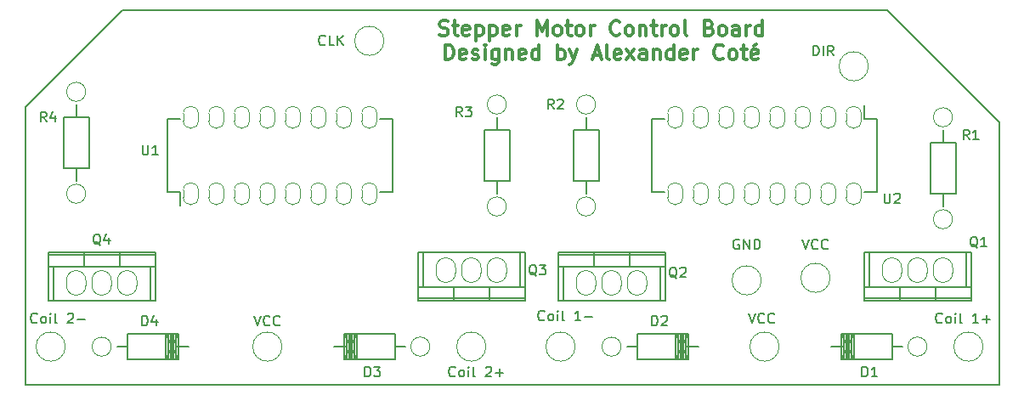
<source format=gbr>
G04 #@! TF.FileFunction,Legend,Top*
%FSLAX46Y46*%
G04 Gerber Fmt 4.6, Leading zero omitted, Abs format (unit mm)*
G04 Created by KiCad (PCBNEW 4.0.1-stable) date 2016-05-02 8:22:51 PM*
%MOMM*%
G01*
G04 APERTURE LIST*
%ADD10C,0.100000*%
%ADD11C,0.150000*%
%ADD12C,0.300000*%
G04 APERTURE END LIST*
D10*
D11*
X202184000Y-92710000D02*
X202184000Y-93472000D01*
X202184000Y-94234000D02*
X202184000Y-92710000D01*
X105156000Y-94234000D02*
X202184000Y-94234000D01*
X202184000Y-68072000D02*
X202184000Y-92964000D01*
X191008000Y-56896000D02*
X202184000Y-68072000D01*
X187706000Y-56896000D02*
X191008000Y-56896000D01*
X185420000Y-56896000D02*
X187706000Y-56896000D01*
X114808000Y-56896000D02*
X185420000Y-56896000D01*
X113792000Y-57912000D02*
X114808000Y-56896000D01*
X113284000Y-58420000D02*
X113792000Y-57912000D01*
X112014000Y-59690000D02*
X113284000Y-58420000D01*
X105156000Y-66548000D02*
X112014000Y-59690000D01*
X105156000Y-94234000D02*
X105156000Y-66548000D01*
D12*
X146452858Y-59351143D02*
X146667144Y-59422571D01*
X147024287Y-59422571D01*
X147167144Y-59351143D01*
X147238573Y-59279714D01*
X147310001Y-59136857D01*
X147310001Y-58994000D01*
X147238573Y-58851143D01*
X147167144Y-58779714D01*
X147024287Y-58708286D01*
X146738573Y-58636857D01*
X146595715Y-58565429D01*
X146524287Y-58494000D01*
X146452858Y-58351143D01*
X146452858Y-58208286D01*
X146524287Y-58065429D01*
X146595715Y-57994000D01*
X146738573Y-57922571D01*
X147095715Y-57922571D01*
X147310001Y-57994000D01*
X147738572Y-58422571D02*
X148310001Y-58422571D01*
X147952858Y-57922571D02*
X147952858Y-59208286D01*
X148024286Y-59351143D01*
X148167144Y-59422571D01*
X148310001Y-59422571D01*
X149381429Y-59351143D02*
X149238572Y-59422571D01*
X148952858Y-59422571D01*
X148810001Y-59351143D01*
X148738572Y-59208286D01*
X148738572Y-58636857D01*
X148810001Y-58494000D01*
X148952858Y-58422571D01*
X149238572Y-58422571D01*
X149381429Y-58494000D01*
X149452858Y-58636857D01*
X149452858Y-58779714D01*
X148738572Y-58922571D01*
X150095715Y-58422571D02*
X150095715Y-59922571D01*
X150095715Y-58494000D02*
X150238572Y-58422571D01*
X150524286Y-58422571D01*
X150667143Y-58494000D01*
X150738572Y-58565429D01*
X150810001Y-58708286D01*
X150810001Y-59136857D01*
X150738572Y-59279714D01*
X150667143Y-59351143D01*
X150524286Y-59422571D01*
X150238572Y-59422571D01*
X150095715Y-59351143D01*
X151452858Y-58422571D02*
X151452858Y-59922571D01*
X151452858Y-58494000D02*
X151595715Y-58422571D01*
X151881429Y-58422571D01*
X152024286Y-58494000D01*
X152095715Y-58565429D01*
X152167144Y-58708286D01*
X152167144Y-59136857D01*
X152095715Y-59279714D01*
X152024286Y-59351143D01*
X151881429Y-59422571D01*
X151595715Y-59422571D01*
X151452858Y-59351143D01*
X153381429Y-59351143D02*
X153238572Y-59422571D01*
X152952858Y-59422571D01*
X152810001Y-59351143D01*
X152738572Y-59208286D01*
X152738572Y-58636857D01*
X152810001Y-58494000D01*
X152952858Y-58422571D01*
X153238572Y-58422571D01*
X153381429Y-58494000D01*
X153452858Y-58636857D01*
X153452858Y-58779714D01*
X152738572Y-58922571D01*
X154095715Y-59422571D02*
X154095715Y-58422571D01*
X154095715Y-58708286D02*
X154167143Y-58565429D01*
X154238572Y-58494000D01*
X154381429Y-58422571D01*
X154524286Y-58422571D01*
X156167143Y-59422571D02*
X156167143Y-57922571D01*
X156667143Y-58994000D01*
X157167143Y-57922571D01*
X157167143Y-59422571D01*
X158095715Y-59422571D02*
X157952857Y-59351143D01*
X157881429Y-59279714D01*
X157810000Y-59136857D01*
X157810000Y-58708286D01*
X157881429Y-58565429D01*
X157952857Y-58494000D01*
X158095715Y-58422571D01*
X158310000Y-58422571D01*
X158452857Y-58494000D01*
X158524286Y-58565429D01*
X158595715Y-58708286D01*
X158595715Y-59136857D01*
X158524286Y-59279714D01*
X158452857Y-59351143D01*
X158310000Y-59422571D01*
X158095715Y-59422571D01*
X159024286Y-58422571D02*
X159595715Y-58422571D01*
X159238572Y-57922571D02*
X159238572Y-59208286D01*
X159310000Y-59351143D01*
X159452858Y-59422571D01*
X159595715Y-59422571D01*
X160310001Y-59422571D02*
X160167143Y-59351143D01*
X160095715Y-59279714D01*
X160024286Y-59136857D01*
X160024286Y-58708286D01*
X160095715Y-58565429D01*
X160167143Y-58494000D01*
X160310001Y-58422571D01*
X160524286Y-58422571D01*
X160667143Y-58494000D01*
X160738572Y-58565429D01*
X160810001Y-58708286D01*
X160810001Y-59136857D01*
X160738572Y-59279714D01*
X160667143Y-59351143D01*
X160524286Y-59422571D01*
X160310001Y-59422571D01*
X161452858Y-59422571D02*
X161452858Y-58422571D01*
X161452858Y-58708286D02*
X161524286Y-58565429D01*
X161595715Y-58494000D01*
X161738572Y-58422571D01*
X161881429Y-58422571D01*
X164381429Y-59279714D02*
X164310000Y-59351143D01*
X164095714Y-59422571D01*
X163952857Y-59422571D01*
X163738572Y-59351143D01*
X163595714Y-59208286D01*
X163524286Y-59065429D01*
X163452857Y-58779714D01*
X163452857Y-58565429D01*
X163524286Y-58279714D01*
X163595714Y-58136857D01*
X163738572Y-57994000D01*
X163952857Y-57922571D01*
X164095714Y-57922571D01*
X164310000Y-57994000D01*
X164381429Y-58065429D01*
X165238572Y-59422571D02*
X165095714Y-59351143D01*
X165024286Y-59279714D01*
X164952857Y-59136857D01*
X164952857Y-58708286D01*
X165024286Y-58565429D01*
X165095714Y-58494000D01*
X165238572Y-58422571D01*
X165452857Y-58422571D01*
X165595714Y-58494000D01*
X165667143Y-58565429D01*
X165738572Y-58708286D01*
X165738572Y-59136857D01*
X165667143Y-59279714D01*
X165595714Y-59351143D01*
X165452857Y-59422571D01*
X165238572Y-59422571D01*
X166381429Y-58422571D02*
X166381429Y-59422571D01*
X166381429Y-58565429D02*
X166452857Y-58494000D01*
X166595715Y-58422571D01*
X166810000Y-58422571D01*
X166952857Y-58494000D01*
X167024286Y-58636857D01*
X167024286Y-59422571D01*
X167524286Y-58422571D02*
X168095715Y-58422571D01*
X167738572Y-57922571D02*
X167738572Y-59208286D01*
X167810000Y-59351143D01*
X167952858Y-59422571D01*
X168095715Y-59422571D01*
X168595715Y-59422571D02*
X168595715Y-58422571D01*
X168595715Y-58708286D02*
X168667143Y-58565429D01*
X168738572Y-58494000D01*
X168881429Y-58422571D01*
X169024286Y-58422571D01*
X169738572Y-59422571D02*
X169595714Y-59351143D01*
X169524286Y-59279714D01*
X169452857Y-59136857D01*
X169452857Y-58708286D01*
X169524286Y-58565429D01*
X169595714Y-58494000D01*
X169738572Y-58422571D01*
X169952857Y-58422571D01*
X170095714Y-58494000D01*
X170167143Y-58565429D01*
X170238572Y-58708286D01*
X170238572Y-59136857D01*
X170167143Y-59279714D01*
X170095714Y-59351143D01*
X169952857Y-59422571D01*
X169738572Y-59422571D01*
X171095715Y-59422571D02*
X170952857Y-59351143D01*
X170881429Y-59208286D01*
X170881429Y-57922571D01*
X173310000Y-58636857D02*
X173524286Y-58708286D01*
X173595714Y-58779714D01*
X173667143Y-58922571D01*
X173667143Y-59136857D01*
X173595714Y-59279714D01*
X173524286Y-59351143D01*
X173381428Y-59422571D01*
X172810000Y-59422571D01*
X172810000Y-57922571D01*
X173310000Y-57922571D01*
X173452857Y-57994000D01*
X173524286Y-58065429D01*
X173595714Y-58208286D01*
X173595714Y-58351143D01*
X173524286Y-58494000D01*
X173452857Y-58565429D01*
X173310000Y-58636857D01*
X172810000Y-58636857D01*
X174524286Y-59422571D02*
X174381428Y-59351143D01*
X174310000Y-59279714D01*
X174238571Y-59136857D01*
X174238571Y-58708286D01*
X174310000Y-58565429D01*
X174381428Y-58494000D01*
X174524286Y-58422571D01*
X174738571Y-58422571D01*
X174881428Y-58494000D01*
X174952857Y-58565429D01*
X175024286Y-58708286D01*
X175024286Y-59136857D01*
X174952857Y-59279714D01*
X174881428Y-59351143D01*
X174738571Y-59422571D01*
X174524286Y-59422571D01*
X176310000Y-59422571D02*
X176310000Y-58636857D01*
X176238571Y-58494000D01*
X176095714Y-58422571D01*
X175810000Y-58422571D01*
X175667143Y-58494000D01*
X176310000Y-59351143D02*
X176167143Y-59422571D01*
X175810000Y-59422571D01*
X175667143Y-59351143D01*
X175595714Y-59208286D01*
X175595714Y-59065429D01*
X175667143Y-58922571D01*
X175810000Y-58851143D01*
X176167143Y-58851143D01*
X176310000Y-58779714D01*
X177024286Y-59422571D02*
X177024286Y-58422571D01*
X177024286Y-58708286D02*
X177095714Y-58565429D01*
X177167143Y-58494000D01*
X177310000Y-58422571D01*
X177452857Y-58422571D01*
X178595714Y-59422571D02*
X178595714Y-57922571D01*
X178595714Y-59351143D02*
X178452857Y-59422571D01*
X178167143Y-59422571D01*
X178024285Y-59351143D01*
X177952857Y-59279714D01*
X177881428Y-59136857D01*
X177881428Y-58708286D01*
X177952857Y-58565429D01*
X178024285Y-58494000D01*
X178167143Y-58422571D01*
X178452857Y-58422571D01*
X178595714Y-58494000D01*
X146988572Y-61822571D02*
X146988572Y-60322571D01*
X147345715Y-60322571D01*
X147560000Y-60394000D01*
X147702858Y-60536857D01*
X147774286Y-60679714D01*
X147845715Y-60965429D01*
X147845715Y-61179714D01*
X147774286Y-61465429D01*
X147702858Y-61608286D01*
X147560000Y-61751143D01*
X147345715Y-61822571D01*
X146988572Y-61822571D01*
X149060000Y-61751143D02*
X148917143Y-61822571D01*
X148631429Y-61822571D01*
X148488572Y-61751143D01*
X148417143Y-61608286D01*
X148417143Y-61036857D01*
X148488572Y-60894000D01*
X148631429Y-60822571D01*
X148917143Y-60822571D01*
X149060000Y-60894000D01*
X149131429Y-61036857D01*
X149131429Y-61179714D01*
X148417143Y-61322571D01*
X149702857Y-61751143D02*
X149845714Y-61822571D01*
X150131429Y-61822571D01*
X150274286Y-61751143D01*
X150345714Y-61608286D01*
X150345714Y-61536857D01*
X150274286Y-61394000D01*
X150131429Y-61322571D01*
X149917143Y-61322571D01*
X149774286Y-61251143D01*
X149702857Y-61108286D01*
X149702857Y-61036857D01*
X149774286Y-60894000D01*
X149917143Y-60822571D01*
X150131429Y-60822571D01*
X150274286Y-60894000D01*
X150988572Y-61822571D02*
X150988572Y-60822571D01*
X150988572Y-60322571D02*
X150917143Y-60394000D01*
X150988572Y-60465429D01*
X151060000Y-60394000D01*
X150988572Y-60322571D01*
X150988572Y-60465429D01*
X152345715Y-60822571D02*
X152345715Y-62036857D01*
X152274286Y-62179714D01*
X152202858Y-62251143D01*
X152060001Y-62322571D01*
X151845715Y-62322571D01*
X151702858Y-62251143D01*
X152345715Y-61751143D02*
X152202858Y-61822571D01*
X151917144Y-61822571D01*
X151774286Y-61751143D01*
X151702858Y-61679714D01*
X151631429Y-61536857D01*
X151631429Y-61108286D01*
X151702858Y-60965429D01*
X151774286Y-60894000D01*
X151917144Y-60822571D01*
X152202858Y-60822571D01*
X152345715Y-60894000D01*
X153060001Y-60822571D02*
X153060001Y-61822571D01*
X153060001Y-60965429D02*
X153131429Y-60894000D01*
X153274287Y-60822571D01*
X153488572Y-60822571D01*
X153631429Y-60894000D01*
X153702858Y-61036857D01*
X153702858Y-61822571D01*
X154988572Y-61751143D02*
X154845715Y-61822571D01*
X154560001Y-61822571D01*
X154417144Y-61751143D01*
X154345715Y-61608286D01*
X154345715Y-61036857D01*
X154417144Y-60894000D01*
X154560001Y-60822571D01*
X154845715Y-60822571D01*
X154988572Y-60894000D01*
X155060001Y-61036857D01*
X155060001Y-61179714D01*
X154345715Y-61322571D01*
X156345715Y-61822571D02*
X156345715Y-60322571D01*
X156345715Y-61751143D02*
X156202858Y-61822571D01*
X155917144Y-61822571D01*
X155774286Y-61751143D01*
X155702858Y-61679714D01*
X155631429Y-61536857D01*
X155631429Y-61108286D01*
X155702858Y-60965429D01*
X155774286Y-60894000D01*
X155917144Y-60822571D01*
X156202858Y-60822571D01*
X156345715Y-60894000D01*
X158202858Y-61822571D02*
X158202858Y-60322571D01*
X158202858Y-60894000D02*
X158345715Y-60822571D01*
X158631429Y-60822571D01*
X158774286Y-60894000D01*
X158845715Y-60965429D01*
X158917144Y-61108286D01*
X158917144Y-61536857D01*
X158845715Y-61679714D01*
X158774286Y-61751143D01*
X158631429Y-61822571D01*
X158345715Y-61822571D01*
X158202858Y-61751143D01*
X159417144Y-60822571D02*
X159774287Y-61822571D01*
X160131429Y-60822571D02*
X159774287Y-61822571D01*
X159631429Y-62179714D01*
X159560001Y-62251143D01*
X159417144Y-62322571D01*
X161774286Y-61394000D02*
X162488572Y-61394000D01*
X161631429Y-61822571D02*
X162131429Y-60322571D01*
X162631429Y-61822571D01*
X163345715Y-61822571D02*
X163202857Y-61751143D01*
X163131429Y-61608286D01*
X163131429Y-60322571D01*
X164488571Y-61751143D02*
X164345714Y-61822571D01*
X164060000Y-61822571D01*
X163917143Y-61751143D01*
X163845714Y-61608286D01*
X163845714Y-61036857D01*
X163917143Y-60894000D01*
X164060000Y-60822571D01*
X164345714Y-60822571D01*
X164488571Y-60894000D01*
X164560000Y-61036857D01*
X164560000Y-61179714D01*
X163845714Y-61322571D01*
X165060000Y-61822571D02*
X165845714Y-60822571D01*
X165060000Y-60822571D02*
X165845714Y-61822571D01*
X167060000Y-61822571D02*
X167060000Y-61036857D01*
X166988571Y-60894000D01*
X166845714Y-60822571D01*
X166560000Y-60822571D01*
X166417143Y-60894000D01*
X167060000Y-61751143D02*
X166917143Y-61822571D01*
X166560000Y-61822571D01*
X166417143Y-61751143D01*
X166345714Y-61608286D01*
X166345714Y-61465429D01*
X166417143Y-61322571D01*
X166560000Y-61251143D01*
X166917143Y-61251143D01*
X167060000Y-61179714D01*
X167774286Y-60822571D02*
X167774286Y-61822571D01*
X167774286Y-60965429D02*
X167845714Y-60894000D01*
X167988572Y-60822571D01*
X168202857Y-60822571D01*
X168345714Y-60894000D01*
X168417143Y-61036857D01*
X168417143Y-61822571D01*
X169774286Y-61822571D02*
X169774286Y-60322571D01*
X169774286Y-61751143D02*
X169631429Y-61822571D01*
X169345715Y-61822571D01*
X169202857Y-61751143D01*
X169131429Y-61679714D01*
X169060000Y-61536857D01*
X169060000Y-61108286D01*
X169131429Y-60965429D01*
X169202857Y-60894000D01*
X169345715Y-60822571D01*
X169631429Y-60822571D01*
X169774286Y-60894000D01*
X171060000Y-61751143D02*
X170917143Y-61822571D01*
X170631429Y-61822571D01*
X170488572Y-61751143D01*
X170417143Y-61608286D01*
X170417143Y-61036857D01*
X170488572Y-60894000D01*
X170631429Y-60822571D01*
X170917143Y-60822571D01*
X171060000Y-60894000D01*
X171131429Y-61036857D01*
X171131429Y-61179714D01*
X170417143Y-61322571D01*
X171774286Y-61822571D02*
X171774286Y-60822571D01*
X171774286Y-61108286D02*
X171845714Y-60965429D01*
X171917143Y-60894000D01*
X172060000Y-60822571D01*
X172202857Y-60822571D01*
X174702857Y-61679714D02*
X174631428Y-61751143D01*
X174417142Y-61822571D01*
X174274285Y-61822571D01*
X174060000Y-61751143D01*
X173917142Y-61608286D01*
X173845714Y-61465429D01*
X173774285Y-61179714D01*
X173774285Y-60965429D01*
X173845714Y-60679714D01*
X173917142Y-60536857D01*
X174060000Y-60394000D01*
X174274285Y-60322571D01*
X174417142Y-60322571D01*
X174631428Y-60394000D01*
X174702857Y-60465429D01*
X175560000Y-61822571D02*
X175417142Y-61751143D01*
X175345714Y-61679714D01*
X175274285Y-61536857D01*
X175274285Y-61108286D01*
X175345714Y-60965429D01*
X175417142Y-60894000D01*
X175560000Y-60822571D01*
X175774285Y-60822571D01*
X175917142Y-60894000D01*
X175988571Y-60965429D01*
X176060000Y-61108286D01*
X176060000Y-61536857D01*
X175988571Y-61679714D01*
X175917142Y-61751143D01*
X175774285Y-61822571D01*
X175560000Y-61822571D01*
X176488571Y-60822571D02*
X177060000Y-60822571D01*
X176702857Y-60322571D02*
X176702857Y-61608286D01*
X176774285Y-61751143D01*
X176917143Y-61822571D01*
X177060000Y-61822571D01*
X178131428Y-61751143D02*
X177988571Y-61822571D01*
X177702857Y-61822571D01*
X177560000Y-61751143D01*
X177488571Y-61608286D01*
X177488571Y-61036857D01*
X177560000Y-60894000D01*
X177702857Y-60822571D01*
X177988571Y-60822571D01*
X178131428Y-60894000D01*
X178202857Y-61036857D01*
X178202857Y-61179714D01*
X177488571Y-61322571D01*
X177988571Y-60251143D02*
X177774286Y-60465429D01*
D11*
X191516000Y-90421460D02*
X192532000Y-90421460D01*
X186690000Y-90421460D02*
X185420000Y-90421460D01*
X186944000Y-89151460D02*
X186944000Y-91691460D01*
X187198000Y-89151460D02*
X187198000Y-91691460D01*
X187452000Y-89151460D02*
X187452000Y-91691460D01*
X186690000Y-89151460D02*
X186690000Y-91691460D01*
X187706000Y-89151460D02*
X186436000Y-91691460D01*
X186436000Y-89151460D02*
X187706000Y-91691460D01*
X187706000Y-89151460D02*
X187706000Y-91691460D01*
X187071000Y-89151460D02*
X187071000Y-91691460D01*
X186436000Y-91691460D02*
X186436000Y-89151460D01*
X186436000Y-89151460D02*
X191516000Y-89151460D01*
X191516000Y-89151460D02*
X191516000Y-91691460D01*
X191516000Y-91691460D02*
X186436000Y-91691460D01*
X166116000Y-90426540D02*
X165100000Y-90426540D01*
X170942000Y-90426540D02*
X172212000Y-90426540D01*
X170688000Y-91696540D02*
X170688000Y-89156540D01*
X170434000Y-91696540D02*
X170434000Y-89156540D01*
X170180000Y-91696540D02*
X170180000Y-89156540D01*
X170942000Y-91696540D02*
X170942000Y-89156540D01*
X169926000Y-91696540D02*
X171196000Y-89156540D01*
X171196000Y-91696540D02*
X169926000Y-89156540D01*
X169926000Y-91696540D02*
X169926000Y-89156540D01*
X170561000Y-91696540D02*
X170561000Y-89156540D01*
X171196000Y-89156540D02*
X171196000Y-91696540D01*
X171196000Y-91696540D02*
X166116000Y-91696540D01*
X166116000Y-91696540D02*
X166116000Y-89156540D01*
X166116000Y-89156540D02*
X171196000Y-89156540D01*
X141986000Y-90421460D02*
X143002000Y-90421460D01*
X137160000Y-90421460D02*
X135890000Y-90421460D01*
X137414000Y-89151460D02*
X137414000Y-91691460D01*
X137668000Y-89151460D02*
X137668000Y-91691460D01*
X137922000Y-89151460D02*
X137922000Y-91691460D01*
X137160000Y-89151460D02*
X137160000Y-91691460D01*
X138176000Y-89151460D02*
X136906000Y-91691460D01*
X136906000Y-89151460D02*
X138176000Y-91691460D01*
X138176000Y-89151460D02*
X138176000Y-91691460D01*
X137541000Y-89151460D02*
X137541000Y-91691460D01*
X136906000Y-91691460D02*
X136906000Y-89151460D01*
X136906000Y-89151460D02*
X141986000Y-89151460D01*
X141986000Y-89151460D02*
X141986000Y-91691460D01*
X141986000Y-91691460D02*
X136906000Y-91691460D01*
X115316000Y-90426540D02*
X114300000Y-90426540D01*
X120142000Y-90426540D02*
X121412000Y-90426540D01*
X119888000Y-91696540D02*
X119888000Y-89156540D01*
X119634000Y-91696540D02*
X119634000Y-89156540D01*
X119380000Y-91696540D02*
X119380000Y-89156540D01*
X120142000Y-91696540D02*
X120142000Y-89156540D01*
X119126000Y-91696540D02*
X120396000Y-89156540D01*
X120396000Y-91696540D02*
X119126000Y-89156540D01*
X119126000Y-91696540D02*
X119126000Y-89156540D01*
X119761000Y-91696540D02*
X119761000Y-89156540D01*
X120396000Y-89156540D02*
X120396000Y-91696540D01*
X120396000Y-91696540D02*
X115316000Y-91696540D01*
X115316000Y-91696540D02*
X115316000Y-89156540D01*
X115316000Y-89156540D02*
X120396000Y-89156540D01*
X189230000Y-84455000D02*
X189230000Y-81026000D01*
X198882000Y-84455000D02*
X198882000Y-81026000D01*
X188722000Y-85598000D02*
X199390000Y-85598000D01*
X192278000Y-84582000D02*
X192278000Y-85852000D01*
X195834000Y-84582000D02*
X195834000Y-85852000D01*
X199390000Y-84455000D02*
X188722000Y-84455000D01*
X188722000Y-81026000D02*
X199390000Y-81026000D01*
X199390000Y-85852000D02*
X199390000Y-81026000D01*
X188722000Y-85852000D02*
X188722000Y-81026000D01*
X188722000Y-85852000D02*
X199390000Y-85852000D01*
X168402000Y-82423000D02*
X168402000Y-85852000D01*
X158750000Y-82423000D02*
X158750000Y-85852000D01*
X168910000Y-81280000D02*
X158242000Y-81280000D01*
X165354000Y-82296000D02*
X165354000Y-81026000D01*
X161798000Y-82296000D02*
X161798000Y-81026000D01*
X158242000Y-82423000D02*
X168910000Y-82423000D01*
X168910000Y-85852000D02*
X158242000Y-85852000D01*
X158242000Y-81026000D02*
X158242000Y-85852000D01*
X168910000Y-81026000D02*
X168910000Y-85852000D01*
X168910000Y-81026000D02*
X158242000Y-81026000D01*
X144780000Y-84455000D02*
X144780000Y-81026000D01*
X154432000Y-84455000D02*
X154432000Y-81026000D01*
X144272000Y-85598000D02*
X154940000Y-85598000D01*
X147828000Y-84582000D02*
X147828000Y-85852000D01*
X151384000Y-84582000D02*
X151384000Y-85852000D01*
X154940000Y-84455000D02*
X144272000Y-84455000D01*
X144272000Y-81026000D02*
X154940000Y-81026000D01*
X154940000Y-85852000D02*
X154940000Y-81026000D01*
X144272000Y-85852000D02*
X144272000Y-81026000D01*
X144272000Y-85852000D02*
X154940000Y-85852000D01*
X117602000Y-82423000D02*
X117602000Y-85852000D01*
X107950000Y-82423000D02*
X107950000Y-85852000D01*
X118110000Y-81280000D02*
X107442000Y-81280000D01*
X114554000Y-82296000D02*
X114554000Y-81026000D01*
X110998000Y-82296000D02*
X110998000Y-81026000D01*
X107442000Y-82423000D02*
X118110000Y-82423000D01*
X118110000Y-85852000D02*
X107442000Y-85852000D01*
X107442000Y-81026000D02*
X107442000Y-85852000D01*
X118110000Y-81026000D02*
X118110000Y-85852000D01*
X118110000Y-81026000D02*
X107442000Y-81026000D01*
X195326000Y-75184000D02*
X195326000Y-70104000D01*
X195326000Y-70104000D02*
X197866000Y-70104000D01*
X197866000Y-70104000D02*
X197866000Y-75184000D01*
X197866000Y-75184000D02*
X195326000Y-75184000D01*
X196596000Y-75184000D02*
X196596000Y-76454000D01*
X196596000Y-70104000D02*
X196596000Y-68834000D01*
X159766000Y-73914000D02*
X159766000Y-68834000D01*
X159766000Y-68834000D02*
X162306000Y-68834000D01*
X162306000Y-68834000D02*
X162306000Y-73914000D01*
X162306000Y-73914000D02*
X159766000Y-73914000D01*
X161036000Y-73914000D02*
X161036000Y-75184000D01*
X161036000Y-68834000D02*
X161036000Y-67564000D01*
X150876000Y-73914000D02*
X150876000Y-68834000D01*
X150876000Y-68834000D02*
X153416000Y-68834000D01*
X153416000Y-68834000D02*
X153416000Y-73914000D01*
X153416000Y-73914000D02*
X150876000Y-73914000D01*
X152146000Y-73914000D02*
X152146000Y-75184000D01*
X152146000Y-68834000D02*
X152146000Y-67564000D01*
X108966000Y-72644000D02*
X108966000Y-67564000D01*
X108966000Y-67564000D02*
X111506000Y-67564000D01*
X111506000Y-67564000D02*
X111506000Y-72644000D01*
X111506000Y-72644000D02*
X108966000Y-72644000D01*
X110236000Y-72644000D02*
X110236000Y-73914000D01*
X110236000Y-67564000D02*
X110236000Y-66294000D01*
X119371000Y-75049000D02*
X120641000Y-75049000D01*
X119371000Y-67699000D02*
X120641000Y-67699000D01*
X141741000Y-67699000D02*
X140471000Y-67699000D01*
X141741000Y-75049000D02*
X140471000Y-75049000D01*
X119371000Y-75049000D02*
X119371000Y-67699000D01*
X141741000Y-75049000D02*
X141741000Y-67699000D01*
X120641000Y-75049000D02*
X120641000Y-76334000D01*
X190001000Y-67699000D02*
X188731000Y-67699000D01*
X190001000Y-75049000D02*
X188731000Y-75049000D01*
X167631000Y-75049000D02*
X168901000Y-75049000D01*
X167631000Y-67699000D02*
X168901000Y-67699000D01*
X190001000Y-67699000D02*
X190001000Y-75049000D01*
X167631000Y-67699000D02*
X167631000Y-75049000D01*
X188731000Y-67699000D02*
X188731000Y-66414000D01*
D10*
X195005490Y-90421460D02*
G75*
G03X195005490Y-90421460I-949490J0D01*
G01*
X164525490Y-90426540D02*
G75*
G03X164525490Y-90426540I-949490J0D01*
G01*
X145475490Y-90421460D02*
G75*
G03X145475490Y-90421460I-949490J0D01*
G01*
X113725490Y-90426540D02*
G75*
G03X113725490Y-90426540I-949490J0D01*
G01*
X195022000Y-83058000D02*
X195022000Y-82550000D01*
X193090000Y-83058000D02*
X193090000Y-82550000D01*
X195022000Y-82550000D02*
G75*
G03X193090000Y-82550000I-966000J0D01*
G01*
X193090000Y-83058000D02*
G75*
G03X195022000Y-83058000I966000J0D01*
G01*
X192482000Y-83058000D02*
X192482000Y-82550000D01*
X190550000Y-83058000D02*
X190550000Y-82550000D01*
X192482000Y-82550000D02*
G75*
G03X190550000Y-82550000I-966000J0D01*
G01*
X190550000Y-83058000D02*
G75*
G03X192482000Y-83058000I966000J0D01*
G01*
X197562000Y-83058000D02*
X197562000Y-82550000D01*
X195630000Y-83058000D02*
X195630000Y-82550000D01*
X197562000Y-82550000D02*
G75*
G03X195630000Y-82550000I-966000J0D01*
G01*
X195630000Y-83058000D02*
G75*
G03X197562000Y-83058000I966000J0D01*
G01*
X162610000Y-83820000D02*
X162610000Y-84328000D01*
X164542000Y-83820000D02*
X164542000Y-84328000D01*
X162610000Y-84328000D02*
G75*
G03X164542000Y-84328000I966000J0D01*
G01*
X164542000Y-83820000D02*
G75*
G03X162610000Y-83820000I-966000J0D01*
G01*
X165150000Y-83820000D02*
X165150000Y-84328000D01*
X167082000Y-83820000D02*
X167082000Y-84328000D01*
X165150000Y-84328000D02*
G75*
G03X167082000Y-84328000I966000J0D01*
G01*
X167082000Y-83820000D02*
G75*
G03X165150000Y-83820000I-966000J0D01*
G01*
X160070000Y-83820000D02*
X160070000Y-84328000D01*
X162002000Y-83820000D02*
X162002000Y-84328000D01*
X160070000Y-84328000D02*
G75*
G03X162002000Y-84328000I966000J0D01*
G01*
X162002000Y-83820000D02*
G75*
G03X160070000Y-83820000I-966000J0D01*
G01*
X150572000Y-83058000D02*
X150572000Y-82550000D01*
X148640000Y-83058000D02*
X148640000Y-82550000D01*
X150572000Y-82550000D02*
G75*
G03X148640000Y-82550000I-966000J0D01*
G01*
X148640000Y-83058000D02*
G75*
G03X150572000Y-83058000I966000J0D01*
G01*
X148032000Y-83058000D02*
X148032000Y-82550000D01*
X146100000Y-83058000D02*
X146100000Y-82550000D01*
X148032000Y-82550000D02*
G75*
G03X146100000Y-82550000I-966000J0D01*
G01*
X146100000Y-83058000D02*
G75*
G03X148032000Y-83058000I966000J0D01*
G01*
X153112000Y-83058000D02*
X153112000Y-82550000D01*
X151180000Y-83058000D02*
X151180000Y-82550000D01*
X153112000Y-82550000D02*
G75*
G03X151180000Y-82550000I-966000J0D01*
G01*
X151180000Y-83058000D02*
G75*
G03X153112000Y-83058000I966000J0D01*
G01*
X111810000Y-83820000D02*
X111810000Y-84328000D01*
X113742000Y-83820000D02*
X113742000Y-84328000D01*
X111810000Y-84328000D02*
G75*
G03X113742000Y-84328000I966000J0D01*
G01*
X113742000Y-83820000D02*
G75*
G03X111810000Y-83820000I-966000J0D01*
G01*
X114350000Y-83820000D02*
X114350000Y-84328000D01*
X116282000Y-83820000D02*
X116282000Y-84328000D01*
X114350000Y-84328000D02*
G75*
G03X116282000Y-84328000I966000J0D01*
G01*
X116282000Y-83820000D02*
G75*
G03X114350000Y-83820000I-966000J0D01*
G01*
X109270000Y-83820000D02*
X109270000Y-84328000D01*
X111202000Y-83820000D02*
X111202000Y-84328000D01*
X109270000Y-84328000D02*
G75*
G03X111202000Y-84328000I966000J0D01*
G01*
X111202000Y-83820000D02*
G75*
G03X109270000Y-83820000I-966000J0D01*
G01*
X197545490Y-77724000D02*
G75*
G03X197545490Y-77724000I-949490J0D01*
G01*
X197545490Y-67564000D02*
G75*
G03X197545490Y-67564000I-949490J0D01*
G01*
X161985490Y-76454000D02*
G75*
G03X161985490Y-76454000I-949490J0D01*
G01*
X161985490Y-66294000D02*
G75*
G03X161985490Y-66294000I-949490J0D01*
G01*
X153095490Y-76454000D02*
G75*
G03X153095490Y-76454000I-949490J0D01*
G01*
X153095490Y-66294000D02*
G75*
G03X153095490Y-66294000I-949490J0D01*
G01*
X111185490Y-75184000D02*
G75*
G03X111185490Y-75184000I-949490J0D01*
G01*
X111185490Y-65024000D02*
G75*
G03X111185490Y-65024000I-949490J0D01*
G01*
X122416000Y-75534000D02*
X122416000Y-74834000D01*
X120916000Y-75534000D02*
X120916000Y-74834000D01*
X122416000Y-74834000D02*
G75*
G03X120916000Y-74834000I-750000J0D01*
G01*
X120916000Y-75534000D02*
G75*
G03X122416000Y-75534000I750000J0D01*
G01*
X124956000Y-75534000D02*
X124956000Y-74834000D01*
X123456000Y-75534000D02*
X123456000Y-74834000D01*
X124956000Y-74834000D02*
G75*
G03X123456000Y-74834000I-750000J0D01*
G01*
X123456000Y-75534000D02*
G75*
G03X124956000Y-75534000I750000J0D01*
G01*
X127496000Y-75534000D02*
X127496000Y-74834000D01*
X125996000Y-75534000D02*
X125996000Y-74834000D01*
X127496000Y-74834000D02*
G75*
G03X125996000Y-74834000I-750000J0D01*
G01*
X125996000Y-75534000D02*
G75*
G03X127496000Y-75534000I750000J0D01*
G01*
X130036000Y-75534000D02*
X130036000Y-74834000D01*
X128536000Y-75534000D02*
X128536000Y-74834000D01*
X130036000Y-74834000D02*
G75*
G03X128536000Y-74834000I-750000J0D01*
G01*
X128536000Y-75534000D02*
G75*
G03X130036000Y-75534000I750000J0D01*
G01*
X132576000Y-75534000D02*
X132576000Y-74834000D01*
X131076000Y-75534000D02*
X131076000Y-74834000D01*
X132576000Y-74834000D02*
G75*
G03X131076000Y-74834000I-750000J0D01*
G01*
X131076000Y-75534000D02*
G75*
G03X132576000Y-75534000I750000J0D01*
G01*
X135116000Y-75534000D02*
X135116000Y-74834000D01*
X133616000Y-75534000D02*
X133616000Y-74834000D01*
X135116000Y-74834000D02*
G75*
G03X133616000Y-74834000I-750000J0D01*
G01*
X133616000Y-75534000D02*
G75*
G03X135116000Y-75534000I750000J0D01*
G01*
X137656000Y-75534000D02*
X137656000Y-74834000D01*
X136156000Y-75534000D02*
X136156000Y-74834000D01*
X137656000Y-74834000D02*
G75*
G03X136156000Y-74834000I-750000J0D01*
G01*
X136156000Y-75534000D02*
G75*
G03X137656000Y-75534000I750000J0D01*
G01*
X140196000Y-75534000D02*
X140196000Y-74834000D01*
X138696000Y-75534000D02*
X138696000Y-74834000D01*
X140196000Y-74834000D02*
G75*
G03X138696000Y-74834000I-750000J0D01*
G01*
X138696000Y-75534000D02*
G75*
G03X140196000Y-75534000I750000J0D01*
G01*
X140196000Y-67914000D02*
X140196000Y-67214000D01*
X138696000Y-67914000D02*
X138696000Y-67214000D01*
X140196000Y-67214000D02*
G75*
G03X138696000Y-67214000I-750000J0D01*
G01*
X138696000Y-67914000D02*
G75*
G03X140196000Y-67914000I750000J0D01*
G01*
X137656000Y-67914000D02*
X137656000Y-67214000D01*
X136156000Y-67914000D02*
X136156000Y-67214000D01*
X137656000Y-67214000D02*
G75*
G03X136156000Y-67214000I-750000J0D01*
G01*
X136156000Y-67914000D02*
G75*
G03X137656000Y-67914000I750000J0D01*
G01*
X135116000Y-67914000D02*
X135116000Y-67214000D01*
X133616000Y-67914000D02*
X133616000Y-67214000D01*
X135116000Y-67214000D02*
G75*
G03X133616000Y-67214000I-750000J0D01*
G01*
X133616000Y-67914000D02*
G75*
G03X135116000Y-67914000I750000J0D01*
G01*
X132576000Y-67914000D02*
X132576000Y-67214000D01*
X131076000Y-67914000D02*
X131076000Y-67214000D01*
X132576000Y-67214000D02*
G75*
G03X131076000Y-67214000I-750000J0D01*
G01*
X131076000Y-67914000D02*
G75*
G03X132576000Y-67914000I750000J0D01*
G01*
X130036000Y-67914000D02*
X130036000Y-67214000D01*
X128536000Y-67914000D02*
X128536000Y-67214000D01*
X130036000Y-67214000D02*
G75*
G03X128536000Y-67214000I-750000J0D01*
G01*
X128536000Y-67914000D02*
G75*
G03X130036000Y-67914000I750000J0D01*
G01*
X127496000Y-67914000D02*
X127496000Y-67214000D01*
X125996000Y-67914000D02*
X125996000Y-67214000D01*
X127496000Y-67214000D02*
G75*
G03X125996000Y-67214000I-750000J0D01*
G01*
X125996000Y-67914000D02*
G75*
G03X127496000Y-67914000I750000J0D01*
G01*
X124956000Y-67914000D02*
X124956000Y-67214000D01*
X123456000Y-67914000D02*
X123456000Y-67214000D01*
X124956000Y-67214000D02*
G75*
G03X123456000Y-67214000I-750000J0D01*
G01*
X123456000Y-67914000D02*
G75*
G03X124956000Y-67914000I750000J0D01*
G01*
X122416000Y-67914000D02*
X122416000Y-67214000D01*
X120916000Y-67914000D02*
X120916000Y-67214000D01*
X122416000Y-67214000D02*
G75*
G03X120916000Y-67214000I-750000J0D01*
G01*
X120916000Y-67914000D02*
G75*
G03X122416000Y-67914000I750000J0D01*
G01*
X186956000Y-67214000D02*
X186956000Y-67914000D01*
X188456000Y-67214000D02*
X188456000Y-67914000D01*
X186956000Y-67914000D02*
G75*
G03X188456000Y-67914000I750000J0D01*
G01*
X188456000Y-67214000D02*
G75*
G03X186956000Y-67214000I-750000J0D01*
G01*
X184416000Y-67214000D02*
X184416000Y-67914000D01*
X185916000Y-67214000D02*
X185916000Y-67914000D01*
X184416000Y-67914000D02*
G75*
G03X185916000Y-67914000I750000J0D01*
G01*
X185916000Y-67214000D02*
G75*
G03X184416000Y-67214000I-750000J0D01*
G01*
X181876000Y-67214000D02*
X181876000Y-67914000D01*
X183376000Y-67214000D02*
X183376000Y-67914000D01*
X181876000Y-67914000D02*
G75*
G03X183376000Y-67914000I750000J0D01*
G01*
X183376000Y-67214000D02*
G75*
G03X181876000Y-67214000I-750000J0D01*
G01*
X179336000Y-67214000D02*
X179336000Y-67914000D01*
X180836000Y-67214000D02*
X180836000Y-67914000D01*
X179336000Y-67914000D02*
G75*
G03X180836000Y-67914000I750000J0D01*
G01*
X180836000Y-67214000D02*
G75*
G03X179336000Y-67214000I-750000J0D01*
G01*
X176796000Y-67214000D02*
X176796000Y-67914000D01*
X178296000Y-67214000D02*
X178296000Y-67914000D01*
X176796000Y-67914000D02*
G75*
G03X178296000Y-67914000I750000J0D01*
G01*
X178296000Y-67214000D02*
G75*
G03X176796000Y-67214000I-750000J0D01*
G01*
X174256000Y-67214000D02*
X174256000Y-67914000D01*
X175756000Y-67214000D02*
X175756000Y-67914000D01*
X174256000Y-67914000D02*
G75*
G03X175756000Y-67914000I750000J0D01*
G01*
X175756000Y-67214000D02*
G75*
G03X174256000Y-67214000I-750000J0D01*
G01*
X171716000Y-67214000D02*
X171716000Y-67914000D01*
X173216000Y-67214000D02*
X173216000Y-67914000D01*
X171716000Y-67914000D02*
G75*
G03X173216000Y-67914000I750000J0D01*
G01*
X173216000Y-67214000D02*
G75*
G03X171716000Y-67214000I-750000J0D01*
G01*
X169176000Y-67214000D02*
X169176000Y-67914000D01*
X170676000Y-67214000D02*
X170676000Y-67914000D01*
X169176000Y-67914000D02*
G75*
G03X170676000Y-67914000I750000J0D01*
G01*
X170676000Y-67214000D02*
G75*
G03X169176000Y-67214000I-750000J0D01*
G01*
X169176000Y-74834000D02*
X169176000Y-75534000D01*
X170676000Y-74834000D02*
X170676000Y-75534000D01*
X169176000Y-75534000D02*
G75*
G03X170676000Y-75534000I750000J0D01*
G01*
X170676000Y-74834000D02*
G75*
G03X169176000Y-74834000I-750000J0D01*
G01*
X171716000Y-74834000D02*
X171716000Y-75534000D01*
X173216000Y-74834000D02*
X173216000Y-75534000D01*
X171716000Y-75534000D02*
G75*
G03X173216000Y-75534000I750000J0D01*
G01*
X173216000Y-74834000D02*
G75*
G03X171716000Y-74834000I-750000J0D01*
G01*
X174256000Y-74834000D02*
X174256000Y-75534000D01*
X175756000Y-74834000D02*
X175756000Y-75534000D01*
X174256000Y-75534000D02*
G75*
G03X175756000Y-75534000I750000J0D01*
G01*
X175756000Y-74834000D02*
G75*
G03X174256000Y-74834000I-750000J0D01*
G01*
X176796000Y-74834000D02*
X176796000Y-75534000D01*
X178296000Y-74834000D02*
X178296000Y-75534000D01*
X176796000Y-75534000D02*
G75*
G03X178296000Y-75534000I750000J0D01*
G01*
X178296000Y-74834000D02*
G75*
G03X176796000Y-74834000I-750000J0D01*
G01*
X179336000Y-74834000D02*
X179336000Y-75534000D01*
X180836000Y-74834000D02*
X180836000Y-75534000D01*
X179336000Y-75534000D02*
G75*
G03X180836000Y-75534000I750000J0D01*
G01*
X180836000Y-74834000D02*
G75*
G03X179336000Y-74834000I-750000J0D01*
G01*
X181876000Y-74834000D02*
X181876000Y-75534000D01*
X183376000Y-74834000D02*
X183376000Y-75534000D01*
X181876000Y-75534000D02*
G75*
G03X183376000Y-75534000I750000J0D01*
G01*
X183376000Y-74834000D02*
G75*
G03X181876000Y-74834000I-750000J0D01*
G01*
X184416000Y-74834000D02*
X184416000Y-75534000D01*
X185916000Y-74834000D02*
X185916000Y-75534000D01*
X184416000Y-75534000D02*
G75*
G03X185916000Y-75534000I750000J0D01*
G01*
X185916000Y-74834000D02*
G75*
G03X184416000Y-74834000I-750000J0D01*
G01*
X186956000Y-74834000D02*
X186956000Y-75534000D01*
X188456000Y-74834000D02*
X188456000Y-75534000D01*
X186956000Y-75534000D02*
G75*
G03X188456000Y-75534000I750000J0D01*
G01*
X188456000Y-74834000D02*
G75*
G03X186956000Y-74834000I-750000J0D01*
G01*
X140896000Y-59944000D02*
G75*
G03X140896000Y-59944000I-1450000J0D01*
G01*
X189156000Y-62484000D02*
G75*
G03X189156000Y-62484000I-1450000J0D01*
G01*
X200586000Y-90424000D02*
G75*
G03X200586000Y-90424000I-1450000J0D01*
G01*
X180266000Y-90424000D02*
G75*
G03X180266000Y-90424000I-1450000J0D01*
G01*
X159946000Y-90424000D02*
G75*
G03X159946000Y-90424000I-1450000J0D01*
G01*
X151056000Y-90424000D02*
G75*
G03X151056000Y-90424000I-1450000J0D01*
G01*
X130736000Y-90424000D02*
G75*
G03X130736000Y-90424000I-1450000J0D01*
G01*
X109146000Y-90424000D02*
G75*
G03X109146000Y-90424000I-1450000J0D01*
G01*
X178488000Y-83820000D02*
G75*
G03X178488000Y-83820000I-1450000J0D01*
G01*
X185346000Y-83566000D02*
G75*
G03X185346000Y-83566000I-1450000J0D01*
G01*
D11*
X188545245Y-93413841D02*
X188545245Y-92413841D01*
X188783340Y-92413841D01*
X188926198Y-92461460D01*
X189021436Y-92556698D01*
X189069055Y-92651936D01*
X189116674Y-92842412D01*
X189116674Y-92985270D01*
X189069055Y-93175746D01*
X189021436Y-93270984D01*
X188926198Y-93366222D01*
X188783340Y-93413841D01*
X188545245Y-93413841D01*
X190069055Y-93413841D02*
X189497626Y-93413841D01*
X189783340Y-93413841D02*
X189783340Y-92413841D01*
X189688102Y-92556698D01*
X189592864Y-92651936D01*
X189497626Y-92699555D01*
X167610565Y-88338921D02*
X167610565Y-87338921D01*
X167848660Y-87338921D01*
X167991518Y-87386540D01*
X168086756Y-87481778D01*
X168134375Y-87577016D01*
X168181994Y-87767492D01*
X168181994Y-87910350D01*
X168134375Y-88100826D01*
X168086756Y-88196064D01*
X167991518Y-88291302D01*
X167848660Y-88338921D01*
X167610565Y-88338921D01*
X168562946Y-87434159D02*
X168610565Y-87386540D01*
X168705803Y-87338921D01*
X168943899Y-87338921D01*
X169039137Y-87386540D01*
X169086756Y-87434159D01*
X169134375Y-87529397D01*
X169134375Y-87624635D01*
X169086756Y-87767492D01*
X168515327Y-88338921D01*
X169134375Y-88338921D01*
X139015245Y-93413841D02*
X139015245Y-92413841D01*
X139253340Y-92413841D01*
X139396198Y-92461460D01*
X139491436Y-92556698D01*
X139539055Y-92651936D01*
X139586674Y-92842412D01*
X139586674Y-92985270D01*
X139539055Y-93175746D01*
X139491436Y-93270984D01*
X139396198Y-93366222D01*
X139253340Y-93413841D01*
X139015245Y-93413841D01*
X139920007Y-92413841D02*
X140539055Y-92413841D01*
X140205721Y-92794793D01*
X140348579Y-92794793D01*
X140443817Y-92842412D01*
X140491436Y-92890031D01*
X140539055Y-92985270D01*
X140539055Y-93223365D01*
X140491436Y-93318603D01*
X140443817Y-93366222D01*
X140348579Y-93413841D01*
X140062864Y-93413841D01*
X139967626Y-93366222D01*
X139920007Y-93318603D01*
X116810565Y-88338921D02*
X116810565Y-87338921D01*
X117048660Y-87338921D01*
X117191518Y-87386540D01*
X117286756Y-87481778D01*
X117334375Y-87577016D01*
X117381994Y-87767492D01*
X117381994Y-87910350D01*
X117334375Y-88100826D01*
X117286756Y-88196064D01*
X117191518Y-88291302D01*
X117048660Y-88338921D01*
X116810565Y-88338921D01*
X118239137Y-87672254D02*
X118239137Y-88338921D01*
X118001041Y-87291302D02*
X117762946Y-88005588D01*
X118381994Y-88005588D01*
X200056762Y-80557619D02*
X199961524Y-80510000D01*
X199866286Y-80414762D01*
X199723429Y-80271905D01*
X199628190Y-80224286D01*
X199532952Y-80224286D01*
X199580571Y-80462381D02*
X199485333Y-80414762D01*
X199390095Y-80319524D01*
X199342476Y-80129048D01*
X199342476Y-79795714D01*
X199390095Y-79605238D01*
X199485333Y-79510000D01*
X199580571Y-79462381D01*
X199771048Y-79462381D01*
X199866286Y-79510000D01*
X199961524Y-79605238D01*
X200009143Y-79795714D01*
X200009143Y-80129048D01*
X199961524Y-80319524D01*
X199866286Y-80414762D01*
X199771048Y-80462381D01*
X199580571Y-80462381D01*
X200961524Y-80462381D02*
X200390095Y-80462381D01*
X200675809Y-80462381D02*
X200675809Y-79462381D01*
X200580571Y-79605238D01*
X200485333Y-79700476D01*
X200390095Y-79748095D01*
X170084762Y-83605619D02*
X169989524Y-83558000D01*
X169894286Y-83462762D01*
X169751429Y-83319905D01*
X169656190Y-83272286D01*
X169560952Y-83272286D01*
X169608571Y-83510381D02*
X169513333Y-83462762D01*
X169418095Y-83367524D01*
X169370476Y-83177048D01*
X169370476Y-82843714D01*
X169418095Y-82653238D01*
X169513333Y-82558000D01*
X169608571Y-82510381D01*
X169799048Y-82510381D01*
X169894286Y-82558000D01*
X169989524Y-82653238D01*
X170037143Y-82843714D01*
X170037143Y-83177048D01*
X169989524Y-83367524D01*
X169894286Y-83462762D01*
X169799048Y-83510381D01*
X169608571Y-83510381D01*
X170418095Y-82605619D02*
X170465714Y-82558000D01*
X170560952Y-82510381D01*
X170799048Y-82510381D01*
X170894286Y-82558000D01*
X170941905Y-82605619D01*
X170989524Y-82700857D01*
X170989524Y-82796095D01*
X170941905Y-82938952D01*
X170370476Y-83510381D01*
X170989524Y-83510381D01*
X156114762Y-83351619D02*
X156019524Y-83304000D01*
X155924286Y-83208762D01*
X155781429Y-83065905D01*
X155686190Y-83018286D01*
X155590952Y-83018286D01*
X155638571Y-83256381D02*
X155543333Y-83208762D01*
X155448095Y-83113524D01*
X155400476Y-82923048D01*
X155400476Y-82589714D01*
X155448095Y-82399238D01*
X155543333Y-82304000D01*
X155638571Y-82256381D01*
X155829048Y-82256381D01*
X155924286Y-82304000D01*
X156019524Y-82399238D01*
X156067143Y-82589714D01*
X156067143Y-82923048D01*
X156019524Y-83113524D01*
X155924286Y-83208762D01*
X155829048Y-83256381D01*
X155638571Y-83256381D01*
X156400476Y-82256381D02*
X157019524Y-82256381D01*
X156686190Y-82637333D01*
X156829048Y-82637333D01*
X156924286Y-82684952D01*
X156971905Y-82732571D01*
X157019524Y-82827810D01*
X157019524Y-83065905D01*
X156971905Y-83161143D01*
X156924286Y-83208762D01*
X156829048Y-83256381D01*
X156543333Y-83256381D01*
X156448095Y-83208762D01*
X156400476Y-83161143D01*
X112680762Y-80303619D02*
X112585524Y-80256000D01*
X112490286Y-80160762D01*
X112347429Y-80017905D01*
X112252190Y-79970286D01*
X112156952Y-79970286D01*
X112204571Y-80208381D02*
X112109333Y-80160762D01*
X112014095Y-80065524D01*
X111966476Y-79875048D01*
X111966476Y-79541714D01*
X112014095Y-79351238D01*
X112109333Y-79256000D01*
X112204571Y-79208381D01*
X112395048Y-79208381D01*
X112490286Y-79256000D01*
X112585524Y-79351238D01*
X112633143Y-79541714D01*
X112633143Y-79875048D01*
X112585524Y-80065524D01*
X112490286Y-80160762D01*
X112395048Y-80208381D01*
X112204571Y-80208381D01*
X113490286Y-79541714D02*
X113490286Y-80208381D01*
X113252190Y-79160762D02*
X113014095Y-79875048D01*
X113633143Y-79875048D01*
X199223334Y-69794381D02*
X198890000Y-69318190D01*
X198651905Y-69794381D02*
X198651905Y-68794381D01*
X199032858Y-68794381D01*
X199128096Y-68842000D01*
X199175715Y-68889619D01*
X199223334Y-68984857D01*
X199223334Y-69127714D01*
X199175715Y-69222952D01*
X199128096Y-69270571D01*
X199032858Y-69318190D01*
X198651905Y-69318190D01*
X200175715Y-69794381D02*
X199604286Y-69794381D01*
X199890000Y-69794381D02*
X199890000Y-68794381D01*
X199794762Y-68937238D01*
X199699524Y-69032476D01*
X199604286Y-69080095D01*
X157821334Y-66746381D02*
X157488000Y-66270190D01*
X157249905Y-66746381D02*
X157249905Y-65746381D01*
X157630858Y-65746381D01*
X157726096Y-65794000D01*
X157773715Y-65841619D01*
X157821334Y-65936857D01*
X157821334Y-66079714D01*
X157773715Y-66174952D01*
X157726096Y-66222571D01*
X157630858Y-66270190D01*
X157249905Y-66270190D01*
X158202286Y-65841619D02*
X158249905Y-65794000D01*
X158345143Y-65746381D01*
X158583239Y-65746381D01*
X158678477Y-65794000D01*
X158726096Y-65841619D01*
X158773715Y-65936857D01*
X158773715Y-66032095D01*
X158726096Y-66174952D01*
X158154667Y-66746381D01*
X158773715Y-66746381D01*
X148677334Y-67508381D02*
X148344000Y-67032190D01*
X148105905Y-67508381D02*
X148105905Y-66508381D01*
X148486858Y-66508381D01*
X148582096Y-66556000D01*
X148629715Y-66603619D01*
X148677334Y-66698857D01*
X148677334Y-66841714D01*
X148629715Y-66936952D01*
X148582096Y-66984571D01*
X148486858Y-67032190D01*
X148105905Y-67032190D01*
X149010667Y-66508381D02*
X149629715Y-66508381D01*
X149296381Y-66889333D01*
X149439239Y-66889333D01*
X149534477Y-66936952D01*
X149582096Y-66984571D01*
X149629715Y-67079810D01*
X149629715Y-67317905D01*
X149582096Y-67413143D01*
X149534477Y-67460762D01*
X149439239Y-67508381D01*
X149153524Y-67508381D01*
X149058286Y-67460762D01*
X149010667Y-67413143D01*
X107275334Y-68016381D02*
X106942000Y-67540190D01*
X106703905Y-68016381D02*
X106703905Y-67016381D01*
X107084858Y-67016381D01*
X107180096Y-67064000D01*
X107227715Y-67111619D01*
X107275334Y-67206857D01*
X107275334Y-67349714D01*
X107227715Y-67444952D01*
X107180096Y-67492571D01*
X107084858Y-67540190D01*
X106703905Y-67540190D01*
X108132477Y-67349714D02*
X108132477Y-68016381D01*
X107894381Y-66968762D02*
X107656286Y-67683048D01*
X108275334Y-67683048D01*
X116840095Y-70318381D02*
X116840095Y-71127905D01*
X116887714Y-71223143D01*
X116935333Y-71270762D01*
X117030571Y-71318381D01*
X117221048Y-71318381D01*
X117316286Y-71270762D01*
X117363905Y-71223143D01*
X117411524Y-71127905D01*
X117411524Y-70318381D01*
X118411524Y-71318381D02*
X117840095Y-71318381D01*
X118125809Y-71318381D02*
X118125809Y-70318381D01*
X118030571Y-70461238D01*
X117935333Y-70556476D01*
X117840095Y-70604095D01*
X190754095Y-75144381D02*
X190754095Y-75953905D01*
X190801714Y-76049143D01*
X190849333Y-76096762D01*
X190944571Y-76144381D01*
X191135048Y-76144381D01*
X191230286Y-76096762D01*
X191277905Y-76049143D01*
X191325524Y-75953905D01*
X191325524Y-75144381D01*
X191754095Y-75239619D02*
X191801714Y-75192000D01*
X191896952Y-75144381D01*
X192135048Y-75144381D01*
X192230286Y-75192000D01*
X192277905Y-75239619D01*
X192325524Y-75334857D01*
X192325524Y-75430095D01*
X192277905Y-75572952D01*
X191706476Y-76144381D01*
X192325524Y-76144381D01*
X135040762Y-60301143D02*
X134993143Y-60348762D01*
X134850286Y-60396381D01*
X134755048Y-60396381D01*
X134612190Y-60348762D01*
X134516952Y-60253524D01*
X134469333Y-60158286D01*
X134421714Y-59967810D01*
X134421714Y-59824952D01*
X134469333Y-59634476D01*
X134516952Y-59539238D01*
X134612190Y-59444000D01*
X134755048Y-59396381D01*
X134850286Y-59396381D01*
X134993143Y-59444000D01*
X135040762Y-59491619D01*
X135945524Y-60396381D02*
X135469333Y-60396381D01*
X135469333Y-59396381D01*
X136278857Y-60396381D02*
X136278857Y-59396381D01*
X136850286Y-60396381D02*
X136421714Y-59824952D01*
X136850286Y-59396381D02*
X136278857Y-59967810D01*
X183658000Y-61412381D02*
X183658000Y-60412381D01*
X183896095Y-60412381D01*
X184038953Y-60460000D01*
X184134191Y-60555238D01*
X184181810Y-60650476D01*
X184229429Y-60840952D01*
X184229429Y-60983810D01*
X184181810Y-61174286D01*
X184134191Y-61269524D01*
X184038953Y-61364762D01*
X183896095Y-61412381D01*
X183658000Y-61412381D01*
X184658000Y-61412381D02*
X184658000Y-60412381D01*
X185705619Y-61412381D02*
X185372285Y-60936190D01*
X185134190Y-61412381D02*
X185134190Y-60412381D01*
X185515143Y-60412381D01*
X185610381Y-60460000D01*
X185658000Y-60507619D01*
X185705619Y-60602857D01*
X185705619Y-60745714D01*
X185658000Y-60840952D01*
X185610381Y-60888571D01*
X185515143Y-60936190D01*
X185134190Y-60936190D01*
X196508953Y-87987143D02*
X196461334Y-88034762D01*
X196318477Y-88082381D01*
X196223239Y-88082381D01*
X196080381Y-88034762D01*
X195985143Y-87939524D01*
X195937524Y-87844286D01*
X195889905Y-87653810D01*
X195889905Y-87510952D01*
X195937524Y-87320476D01*
X195985143Y-87225238D01*
X196080381Y-87130000D01*
X196223239Y-87082381D01*
X196318477Y-87082381D01*
X196461334Y-87130000D01*
X196508953Y-87177619D01*
X197080381Y-88082381D02*
X196985143Y-88034762D01*
X196937524Y-87987143D01*
X196889905Y-87891905D01*
X196889905Y-87606190D01*
X196937524Y-87510952D01*
X196985143Y-87463333D01*
X197080381Y-87415714D01*
X197223239Y-87415714D01*
X197318477Y-87463333D01*
X197366096Y-87510952D01*
X197413715Y-87606190D01*
X197413715Y-87891905D01*
X197366096Y-87987143D01*
X197318477Y-88034762D01*
X197223239Y-88082381D01*
X197080381Y-88082381D01*
X197842286Y-88082381D02*
X197842286Y-87415714D01*
X197842286Y-87082381D02*
X197794667Y-87130000D01*
X197842286Y-87177619D01*
X197889905Y-87130000D01*
X197842286Y-87082381D01*
X197842286Y-87177619D01*
X198461333Y-88082381D02*
X198366095Y-88034762D01*
X198318476Y-87939524D01*
X198318476Y-87082381D01*
X200128001Y-88082381D02*
X199556572Y-88082381D01*
X199842286Y-88082381D02*
X199842286Y-87082381D01*
X199747048Y-87225238D01*
X199651810Y-87320476D01*
X199556572Y-87368095D01*
X200556572Y-87701429D02*
X201318477Y-87701429D01*
X200937525Y-88082381D02*
X200937525Y-87320476D01*
X177228667Y-87082381D02*
X177562000Y-88082381D01*
X177895334Y-87082381D01*
X178800096Y-87987143D02*
X178752477Y-88034762D01*
X178609620Y-88082381D01*
X178514382Y-88082381D01*
X178371524Y-88034762D01*
X178276286Y-87939524D01*
X178228667Y-87844286D01*
X178181048Y-87653810D01*
X178181048Y-87510952D01*
X178228667Y-87320476D01*
X178276286Y-87225238D01*
X178371524Y-87130000D01*
X178514382Y-87082381D01*
X178609620Y-87082381D01*
X178752477Y-87130000D01*
X178800096Y-87177619D01*
X179800096Y-87987143D02*
X179752477Y-88034762D01*
X179609620Y-88082381D01*
X179514382Y-88082381D01*
X179371524Y-88034762D01*
X179276286Y-87939524D01*
X179228667Y-87844286D01*
X179181048Y-87653810D01*
X179181048Y-87510952D01*
X179228667Y-87320476D01*
X179276286Y-87225238D01*
X179371524Y-87130000D01*
X179514382Y-87082381D01*
X179609620Y-87082381D01*
X179752477Y-87130000D01*
X179800096Y-87177619D01*
X156884953Y-87733143D02*
X156837334Y-87780762D01*
X156694477Y-87828381D01*
X156599239Y-87828381D01*
X156456381Y-87780762D01*
X156361143Y-87685524D01*
X156313524Y-87590286D01*
X156265905Y-87399810D01*
X156265905Y-87256952D01*
X156313524Y-87066476D01*
X156361143Y-86971238D01*
X156456381Y-86876000D01*
X156599239Y-86828381D01*
X156694477Y-86828381D01*
X156837334Y-86876000D01*
X156884953Y-86923619D01*
X157456381Y-87828381D02*
X157361143Y-87780762D01*
X157313524Y-87733143D01*
X157265905Y-87637905D01*
X157265905Y-87352190D01*
X157313524Y-87256952D01*
X157361143Y-87209333D01*
X157456381Y-87161714D01*
X157599239Y-87161714D01*
X157694477Y-87209333D01*
X157742096Y-87256952D01*
X157789715Y-87352190D01*
X157789715Y-87637905D01*
X157742096Y-87733143D01*
X157694477Y-87780762D01*
X157599239Y-87828381D01*
X157456381Y-87828381D01*
X158218286Y-87828381D02*
X158218286Y-87161714D01*
X158218286Y-86828381D02*
X158170667Y-86876000D01*
X158218286Y-86923619D01*
X158265905Y-86876000D01*
X158218286Y-86828381D01*
X158218286Y-86923619D01*
X158837333Y-87828381D02*
X158742095Y-87780762D01*
X158694476Y-87685524D01*
X158694476Y-86828381D01*
X160504001Y-87828381D02*
X159932572Y-87828381D01*
X160218286Y-87828381D02*
X160218286Y-86828381D01*
X160123048Y-86971238D01*
X160027810Y-87066476D01*
X159932572Y-87114095D01*
X160932572Y-87447429D02*
X161694477Y-87447429D01*
X147994953Y-93321143D02*
X147947334Y-93368762D01*
X147804477Y-93416381D01*
X147709239Y-93416381D01*
X147566381Y-93368762D01*
X147471143Y-93273524D01*
X147423524Y-93178286D01*
X147375905Y-92987810D01*
X147375905Y-92844952D01*
X147423524Y-92654476D01*
X147471143Y-92559238D01*
X147566381Y-92464000D01*
X147709239Y-92416381D01*
X147804477Y-92416381D01*
X147947334Y-92464000D01*
X147994953Y-92511619D01*
X148566381Y-93416381D02*
X148471143Y-93368762D01*
X148423524Y-93321143D01*
X148375905Y-93225905D01*
X148375905Y-92940190D01*
X148423524Y-92844952D01*
X148471143Y-92797333D01*
X148566381Y-92749714D01*
X148709239Y-92749714D01*
X148804477Y-92797333D01*
X148852096Y-92844952D01*
X148899715Y-92940190D01*
X148899715Y-93225905D01*
X148852096Y-93321143D01*
X148804477Y-93368762D01*
X148709239Y-93416381D01*
X148566381Y-93416381D01*
X149328286Y-93416381D02*
X149328286Y-92749714D01*
X149328286Y-92416381D02*
X149280667Y-92464000D01*
X149328286Y-92511619D01*
X149375905Y-92464000D01*
X149328286Y-92416381D01*
X149328286Y-92511619D01*
X149947333Y-93416381D02*
X149852095Y-93368762D01*
X149804476Y-93273524D01*
X149804476Y-92416381D01*
X151042572Y-92511619D02*
X151090191Y-92464000D01*
X151185429Y-92416381D01*
X151423525Y-92416381D01*
X151518763Y-92464000D01*
X151566382Y-92511619D01*
X151614001Y-92606857D01*
X151614001Y-92702095D01*
X151566382Y-92844952D01*
X150994953Y-93416381D01*
X151614001Y-93416381D01*
X152042572Y-93035429D02*
X152804477Y-93035429D01*
X152423525Y-93416381D02*
X152423525Y-92654476D01*
X127952667Y-87336381D02*
X128286000Y-88336381D01*
X128619334Y-87336381D01*
X129524096Y-88241143D02*
X129476477Y-88288762D01*
X129333620Y-88336381D01*
X129238382Y-88336381D01*
X129095524Y-88288762D01*
X129000286Y-88193524D01*
X128952667Y-88098286D01*
X128905048Y-87907810D01*
X128905048Y-87764952D01*
X128952667Y-87574476D01*
X129000286Y-87479238D01*
X129095524Y-87384000D01*
X129238382Y-87336381D01*
X129333620Y-87336381D01*
X129476477Y-87384000D01*
X129524096Y-87431619D01*
X130524096Y-88241143D02*
X130476477Y-88288762D01*
X130333620Y-88336381D01*
X130238382Y-88336381D01*
X130095524Y-88288762D01*
X130000286Y-88193524D01*
X129952667Y-88098286D01*
X129905048Y-87907810D01*
X129905048Y-87764952D01*
X129952667Y-87574476D01*
X130000286Y-87479238D01*
X130095524Y-87384000D01*
X130238382Y-87336381D01*
X130333620Y-87336381D01*
X130476477Y-87384000D01*
X130524096Y-87431619D01*
X106338953Y-87987143D02*
X106291334Y-88034762D01*
X106148477Y-88082381D01*
X106053239Y-88082381D01*
X105910381Y-88034762D01*
X105815143Y-87939524D01*
X105767524Y-87844286D01*
X105719905Y-87653810D01*
X105719905Y-87510952D01*
X105767524Y-87320476D01*
X105815143Y-87225238D01*
X105910381Y-87130000D01*
X106053239Y-87082381D01*
X106148477Y-87082381D01*
X106291334Y-87130000D01*
X106338953Y-87177619D01*
X106910381Y-88082381D02*
X106815143Y-88034762D01*
X106767524Y-87987143D01*
X106719905Y-87891905D01*
X106719905Y-87606190D01*
X106767524Y-87510952D01*
X106815143Y-87463333D01*
X106910381Y-87415714D01*
X107053239Y-87415714D01*
X107148477Y-87463333D01*
X107196096Y-87510952D01*
X107243715Y-87606190D01*
X107243715Y-87891905D01*
X107196096Y-87987143D01*
X107148477Y-88034762D01*
X107053239Y-88082381D01*
X106910381Y-88082381D01*
X107672286Y-88082381D02*
X107672286Y-87415714D01*
X107672286Y-87082381D02*
X107624667Y-87130000D01*
X107672286Y-87177619D01*
X107719905Y-87130000D01*
X107672286Y-87082381D01*
X107672286Y-87177619D01*
X108291333Y-88082381D02*
X108196095Y-88034762D01*
X108148476Y-87939524D01*
X108148476Y-87082381D01*
X109386572Y-87177619D02*
X109434191Y-87130000D01*
X109529429Y-87082381D01*
X109767525Y-87082381D01*
X109862763Y-87130000D01*
X109910382Y-87177619D01*
X109958001Y-87272857D01*
X109958001Y-87368095D01*
X109910382Y-87510952D01*
X109338953Y-88082381D01*
X109958001Y-88082381D01*
X110386572Y-87701429D02*
X111148477Y-87701429D01*
X176276096Y-79764000D02*
X176180858Y-79716381D01*
X176038001Y-79716381D01*
X175895143Y-79764000D01*
X175799905Y-79859238D01*
X175752286Y-79954476D01*
X175704667Y-80144952D01*
X175704667Y-80287810D01*
X175752286Y-80478286D01*
X175799905Y-80573524D01*
X175895143Y-80668762D01*
X176038001Y-80716381D01*
X176133239Y-80716381D01*
X176276096Y-80668762D01*
X176323715Y-80621143D01*
X176323715Y-80287810D01*
X176133239Y-80287810D01*
X176752286Y-80716381D02*
X176752286Y-79716381D01*
X177323715Y-80716381D01*
X177323715Y-79716381D01*
X177799905Y-80716381D02*
X177799905Y-79716381D01*
X178038000Y-79716381D01*
X178180858Y-79764000D01*
X178276096Y-79859238D01*
X178323715Y-79954476D01*
X178371334Y-80144952D01*
X178371334Y-80287810D01*
X178323715Y-80478286D01*
X178276096Y-80573524D01*
X178180858Y-80668762D01*
X178038000Y-80716381D01*
X177799905Y-80716381D01*
X182562667Y-79716381D02*
X182896000Y-80716381D01*
X183229334Y-79716381D01*
X184134096Y-80621143D02*
X184086477Y-80668762D01*
X183943620Y-80716381D01*
X183848382Y-80716381D01*
X183705524Y-80668762D01*
X183610286Y-80573524D01*
X183562667Y-80478286D01*
X183515048Y-80287810D01*
X183515048Y-80144952D01*
X183562667Y-79954476D01*
X183610286Y-79859238D01*
X183705524Y-79764000D01*
X183848382Y-79716381D01*
X183943620Y-79716381D01*
X184086477Y-79764000D01*
X184134096Y-79811619D01*
X185134096Y-80621143D02*
X185086477Y-80668762D01*
X184943620Y-80716381D01*
X184848382Y-80716381D01*
X184705524Y-80668762D01*
X184610286Y-80573524D01*
X184562667Y-80478286D01*
X184515048Y-80287810D01*
X184515048Y-80144952D01*
X184562667Y-79954476D01*
X184610286Y-79859238D01*
X184705524Y-79764000D01*
X184848382Y-79716381D01*
X184943620Y-79716381D01*
X185086477Y-79764000D01*
X185134096Y-79811619D01*
M02*

</source>
